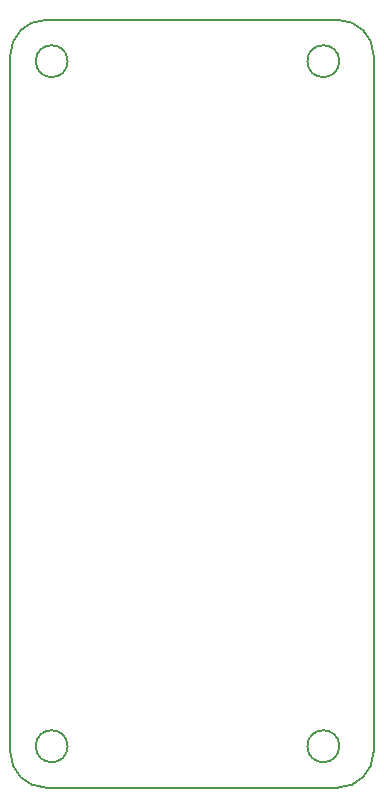
<source format=gm1>
%TF.GenerationSoftware,KiCad,Pcbnew,(6.0.5)*%
%TF.CreationDate,2022-06-23T22:14:42-04:00*%
%TF.ProjectId,pi_zero_shield,70695f7a-6572-46f5-9f73-6869656c642e,rev?*%
%TF.SameCoordinates,Original*%
%TF.FileFunction,Profile,NP*%
%FSLAX46Y46*%
G04 Gerber Fmt 4.6, Leading zero omitted, Abs format (unit mm)*
G04 Created by KiCad (PCBNEW (6.0.5)) date 2022-06-23 22:14:42*
%MOMM*%
%LPD*%
G01*
G04 APERTURE LIST*
%TA.AperFunction,Profile*%
%ADD10C,0.200000*%
%TD*%
G04 APERTURE END LIST*
D10*
X118850001Y-76750000D02*
G75*
G03*
X118850001Y-76750000I-1350000J0D01*
G01*
X141850000Y-76750000D02*
G75*
G03*
X141850000Y-76750000I-1350000J0D01*
G01*
X117000001Y-73250001D02*
G75*
G03*
X114000001Y-76250001I-1J-2999999D01*
G01*
X118850001Y-134750000D02*
G75*
G03*
X118850001Y-134750000I-1350000J0D01*
G01*
X144749999Y-76250001D02*
G75*
G03*
X141750000Y-73250001I-2999999J1D01*
G01*
X141750001Y-138250000D02*
G75*
G03*
X144750000Y-135249999I-1J3000000D01*
G01*
X117000001Y-73250001D02*
X141750000Y-73250001D01*
X114000000Y-135250000D02*
G75*
G03*
X117000001Y-138250000I3000000J0D01*
G01*
X114000001Y-135250000D02*
X114000002Y-76250001D01*
X141850000Y-134750000D02*
G75*
G03*
X141850000Y-134750000I-1350000J0D01*
G01*
X144750000Y-76250001D02*
X144750001Y-135250000D01*
X141750000Y-138250000D02*
X117000001Y-138250000D01*
M02*

</source>
